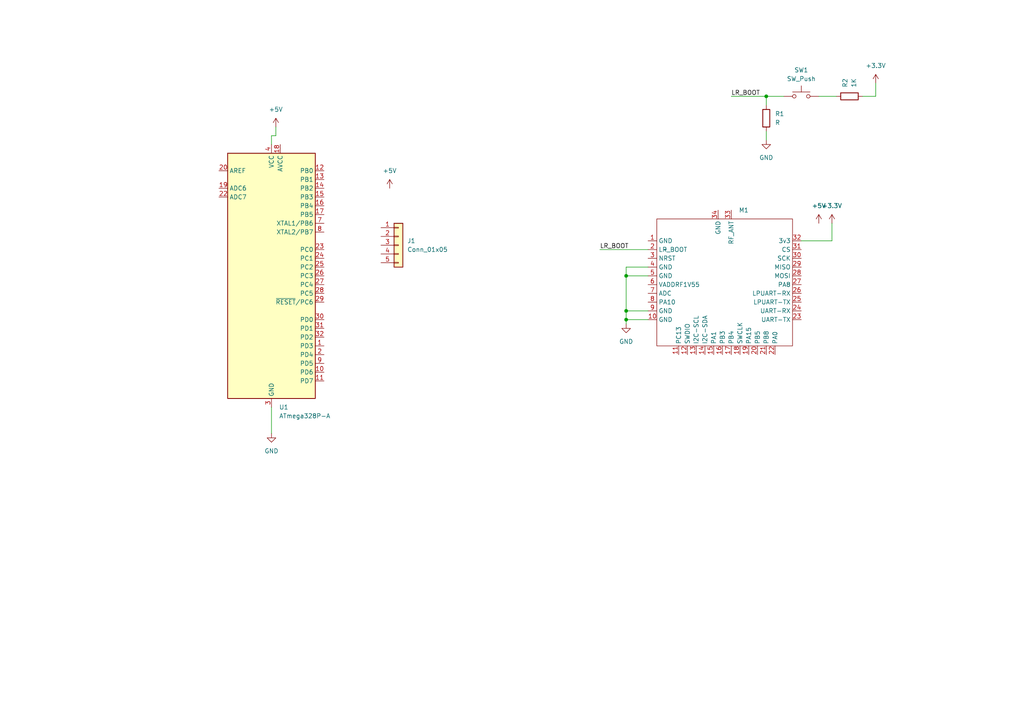
<source format=kicad_sch>
(kicad_sch (version 20230121) (generator eeschema)
  (paper "A4")
  (lib_symbols
    (symbol "Connector_Generic:Conn_01x05" (pin_names (offset 1.016) hide)
      (property "Reference" "J" (at 0 7.62 0))
      (property "Value" "Conn_01x05" (at 0 -7.62 0))
      (symbol "Conn_01x05_1_1"
        (rectangle (start -1.27 -4.953) (end 0 -5.207) (stroke (width 0.1524)))
        (rectangle (start -1.27 -2.413) (end 0 -2.667) (stroke (width 0.1524)))
        (rectangle (start -1.27 0.127) (end 0 -0.127) (stroke (width 0.1524)))
        (rectangle (start -1.27 2.667) (end 0 2.413) (stroke (width 0.1524)))
        (rectangle (start -1.27 5.207) (end 0 4.953) (stroke (width 0.1524)))
        (rectangle (start -1.27 6.35) (end 1.27 -6.35) (stroke (width 0.254)) (fill (type background)))
        (pin passive line (at -5.08 5.08 0) (length 3.81) (name "Pin_1") (number "1"))
        (pin passive line (at -5.08 2.54 0) (length 3.81) (name "Pin_2") (number "2"))
        (pin passive line (at -5.08 0 0) (length 3.81) (name "Pin_3") (number "3"))
        (pin passive line (at -5.08 -2.54 0) (length 3.81) (name "Pin_4") (number "4"))
        (pin passive line (at -5.08 -5.08 0) (length 3.81) (name "Pin_5") (number "5"))
      )
    )
    (symbol "Device:R" (pin_numbers hide) (pin_names (offset 0))
      (property "Reference" "R" (at 2.032 0 90))
      (property "Value" "R" (at 0 0 90))
      (symbol "R_0_1"
        (rectangle (start -1.016 -2.54) (end 1.016 2.54) (stroke (width 0.254)))
      )
      (symbol "R_1_1"
        (pin passive line (at 0 3.81 270) (length 1.27) (name "~") (number "1"))
        (pin passive line (at 0 -3.81 90) (length 1.27) (name "~") (number "2"))
      )
    )
    (symbol "MCU_Microchip_ATmega:ATmega328P-A"
      (property "Reference" "U" (at -12.7 36.83 0))
      (property "Value" "ATmega328P-A" (at 2.54 -36.83 0))
      (symbol "ATmega328P-A_0_1"
        (rectangle (start -12.7 -35.56) (end 12.7 35.56) (stroke (width 0.254)) (fill (type background)))
      )
      (symbol "ATmega328P-A_1_1"
        (pin bidirectional line (at 15.24 -20.32 180) (length 2.54) (name "PD3") (number "1"))
        (pin bidirectional line (at 15.24 -27.94 180) (length 2.54) (name "PD6") (number "10"))
        (pin bidirectional line (at 15.24 -30.48 180) (length 2.54) (name "PD7") (number "11"))
        (pin bidirectional line (at 15.24 30.48 180) (length 2.54) (name "PB0") (number "12"))
        (pin bidirectional line (at 15.24 27.94 180) (length 2.54) (name "PB1") (number "13"))
        (pin bidirectional line (at 15.24 25.4 180) (length 2.54) (name "PB2") (number "14"))
        (pin bidirectional line (at 15.24 22.86 180) (length 2.54) (name "PB3") (number "15"))
        (pin bidirectional line (at 15.24 20.32 180) (length 2.54) (name "PB4") (number "16"))
        (pin bidirectional line (at 15.24 17.78 180) (length 2.54) (name "PB5") (number "17"))
        (pin power_in line (at 2.54 38.1 270) (length 2.54) (name "AVCC") (number "18"))
        (pin input line (at -15.24 25.4 0) (length 2.54) (name "ADC6") (number "19"))
        (pin bidirectional line (at 15.24 -22.86 180) (length 2.54) (name "PD4") (number "2"))
        (pin passive line (at -15.24 30.48 0) (length 2.54) (name "AREF") (number "20"))
        (pin passive line (at 0 -38.1 90) (length 2.54) hide (name "GND") (number "21"))
        (pin input line (at -15.24 22.86 0) (length 2.54) (name "ADC7") (number "22"))
        (pin bidirectional line (at 15.24 7.62 180) (length 2.54) (name "PC0") (number "23"))
        (pin bidirectional line (at 15.24 5.08 180) (length 2.54) (name "PC1") (number "24"))
        (pin bidirectional line (at 15.24 2.54 180) (length 2.54) (name "PC2") (number "25"))
        (pin bidirectional line (at 15.24 0 180) (length 2.54) (name "PC3") (number "26"))
        (pin bidirectional line (at 15.24 -2.54 180) (length 2.54) (name "PC4") (number "27"))
        (pin bidirectional line (at 15.24 -5.08 180) (length 2.54) (name "PC5") (number "28"))
        (pin bidirectional line (at 15.24 -7.62 180) (length 2.54) (name "~{RESET}/PC6") (number "29"))
        (pin power_in line (at 0 -38.1 90) (length 2.54) (name "GND") (number "3"))
        (pin bidirectional line (at 15.24 -12.7 180) (length 2.54) (name "PD0") (number "30"))
        (pin bidirectional line (at 15.24 -15.24 180) (length 2.54) (name "PD1") (number "31"))
        (pin bidirectional line (at 15.24 -17.78 180) (length 2.54) (name "PD2") (number "32"))
        (pin power_in line (at 0 38.1 270) (length 2.54) (name "VCC") (number "4"))
        (pin passive line (at 0 -38.1 90) (length 2.54) hide (name "GND") (number "5"))
        (pin passive line (at 0 38.1 270) (length 2.54) hide (name "VCC") (number "6"))
        (pin bidirectional line (at 15.24 15.24 180) (length 2.54) (name "XTAL1/PB6") (number "7"))
        (pin bidirectional line (at 15.24 12.7 180) (length 2.54) (name "XTAL2/PB7") (number "8"))
        (pin bidirectional line (at 15.24 -25.4 180) (length 2.54) (name "PD5") (number "9"))
      )
    )
    (symbol "Switch:SW_Push" (pin_numbers hide) (pin_names (offset 1.016) hide)
      (property "Reference" "SW" (at 1.27 2.54 0))
      (property "Value" "SW_Push" (at 0 -1.524 0))
      (symbol "SW_Push_0_1"
        (circle (center -2.032 0) (radius 0.508))
        (polyline (pts (xy 0 1.27) (xy 0 3.048)))
        (polyline (pts (xy 2.54 1.27) (xy -2.54 1.27)))
        (circle (center 2.032 0) (radius 0.508))
        (pin passive line (at -5.08 0 0) (length 2.54) (name "1") (number "1"))
        (pin passive line (at 5.08 0 180) (length 2.54) (name "2") (number "2"))
      )
    )
    (symbol "power:+3.3V" (power) (pin_names (offset 0))
      (property "Value" "+3.3V" (at 0 3.556 0))
      (symbol "+3.3V_0_1"
        (polyline (pts (xy -0.762 1.27) (xy 0 2.54)))
        (polyline (pts (xy 0 0) (xy 0 2.54)))
        (polyline (pts (xy 0 2.54) (xy 0.762 1.27)))
      )
      (symbol "+3.3V_1_1"
        (pin power_in line (at 0 0 90) (length 0) hide (name "+3.3V") (number "1"))
      )
    )
    (symbol "power:+5V" (power) (pin_names (offset 0))
      (property "Value" "+5V" (at 0 3.556 0))
      (symbol "+5V_0_1"
        (polyline (pts (xy -0.762 1.27) (xy 0 2.54)))
        (polyline (pts (xy 0 0) (xy 0 2.54)))
        (polyline (pts (xy 0 2.54) (xy 0.762 1.27)))
      )
      (symbol "+5V_1_1"
        (pin power_in line (at 0 0 90) (length 0) hide (name "+5V") (number "1"))
      )
    )
    (symbol "power:GND" (power) (pin_names (offset 0))
      (property "Value" "GND" (at 0 -3.81 0))
      (symbol "GND_0_1"
        (polyline (pts (xy 0 0) (xy 0 -1.27) (xy 1.27 -1.27) (xy 0 -2.54) (xy -1.27 -1.27) (xy 0 -1.27)))
      )
      (symbol "GND_1_1"
        (pin power_in line (at 0 0 270) (length 0) hide (name "GND") (number "1"))
      )
    )
    (symbol "wch-mcu:lr1262"
      (property "Reference" "M" (at 10.16 -7.62 0))
      (symbol "lr1262_0_1"
        (rectangle (start -2.54 6.35) (end 36.83 -30.48))
      )
      (symbol "lr1262_1_1"
        (pin input line (at -5.08 0 0) (length 2.54) (name "GND") (number "1"))
        (pin power_in line (at -5.08 -22.86 0) (length 2.54) (name "GND") (number "10"))
        (pin power_in line (at 3.81 -33.02 90) (length 2.54) (name "PC13") (number "11"))
        (pin input line (at 6.35 -33.02 90) (length 2.54) (name "SWDIO") (number "12"))
        (pin input line (at 8.89 -33.02 90) (length 2.54) (name "I2C-SCL") (number "13"))
        (pin input line (at 11.43 -33.02 90) (length 2.54) (name "I2C-SDA") (number "14"))
        (pin input line (at 13.97 -33.02 90) (length 2.54) (name "PA1") (number "15"))
        (pin input line (at 16.51 -33.02 90) (length 2.54) (name "PB3") (number "16"))
        (pin input line (at 19.05 -33.02 90) (length 2.54) (name "PB4") (number "17"))
        (pin input line (at 21.59 -33.02 90) (length 2.54) (name "SWCLK") (number "18"))
        (pin input line (at 24.13 -33.02 90) (length 2.54) (name "PA15") (number "19"))
        (pin input line (at -5.08 -2.54 0) (length 2.54) (name "LR_BOOT") (number "2"))
        (pin input line (at 26.67 -33.02 90) (length 2.54) (name "PB5") (number "20"))
        (pin input line (at 29.21 -33.02 90) (length 2.54) (name "PB8") (number "21"))
        (pin input line (at 31.75 -33.02 90) (length 2.54) (name "PA0") (number "22"))
        (pin input line (at 39.37 -22.86 180) (length 2.54) (name "UART-TX") (number "23"))
        (pin input line (at 39.37 -20.32 180) (length 2.54) (name "UART-RX") (number "24"))
        (pin input line (at 39.37 -17.78 180) (length 2.54) (name "LPUART-TX") (number "25"))
        (pin input line (at 39.37 -15.24 180) (length 2.54) (name "LPUART-RX") (number "26"))
        (pin input line (at 39.37 -12.7 180) (length 2.54) (name "PA8") (number "27"))
        (pin input line (at 39.37 -10.16 180) (length 2.54) (name "MOSI") (number "28"))
        (pin input line (at 39.37 -7.62 180) (length 2.54) (name "MISO") (number "29"))
        (pin input line (at -5.08 -5.08 0) (length 2.54) (name "NRST") (number "3"))
        (pin input line (at 39.37 -5.08 180) (length 2.54) (name "SCK") (number "30"))
        (pin input line (at 39.37 -2.54 180) (length 2.54) (name "CS") (number "31"))
        (pin input line (at 39.37 0 180) (length 2.54) (name "3v3") (number "32"))
        (pin input line (at 19.05 8.89 270) (length 2.54) (name "RF_ANT") (number "33"))
        (pin input line (at 15.24 8.89 270) (length 2.54) (name "GND") (number "34"))
        (pin power_in line (at -5.08 -7.62 0) (length 2.54) (name "GND") (number "4"))
        (pin power_in line (at -5.08 -10.16 0) (length 2.54) (name "GND") (number "5"))
        (pin input line (at -5.08 -12.7 0) (length 2.54) (name "VADDRF1V55") (number "6"))
        (pin input line (at -5.08 -15.24 0) (length 2.54) (name "ADC") (number "7"))
        (pin bidirectional line (at -5.08 -17.78 0) (length 2.54) (name "PA10") (number "8"))
        (pin power_in line (at -5.08 -20.32 0) (length 2.54) (name "GND") (number "9"))
      )
    )
  )
  (junction (at 181.61 92.71))
  (junction (at 181.61 90.17))
  (junction (at 222.25 27.94))
  (junction (at 181.61 80.01))
  (wire (pts (xy 187.96 80.01) (xy 181.61 80.01)))
  (wire (pts (xy 241.3 69.85) (xy 241.3 64.77)))
  (wire (pts (xy 173.99 72.39) (xy 187.96 72.39)))
  (wire (pts (xy 237.49 27.94) (xy 242.57 27.94)))
  (wire (pts (xy 227.33 27.94) (xy 222.25 27.94)))
  (wire (pts (xy 212.09 27.94) (xy 222.25 27.94)))
  (wire (pts (xy 181.61 90.17) (xy 181.61 92.71)))
  (wire (pts (xy 250.19 27.94) (xy 254 27.94)))
  (wire (pts (xy 80.01 36.83) (xy 80.01 39.37)))
  (wire (pts (xy 187.96 92.71) (xy 181.61 92.71)))
  (wire (pts (xy 187.96 77.47) (xy 181.61 77.47)))
  (wire (pts (xy 222.25 38.1) (xy 222.25 40.64)))
  (wire (pts (xy 187.96 90.17) (xy 181.61 90.17)))
  (wire (pts (xy 78.74 118.11) (xy 78.74 125.73)))
  (wire (pts (xy 222.25 27.94) (xy 222.25 30.48)))
  (wire (pts (xy 181.61 77.47) (xy 181.61 80.01)))
  (wire (pts (xy 254 27.94) (xy 254 24.13)))
  (wire (pts (xy 78.74 41.91) (xy 78.74 39.37)))
  (wire (pts (xy 181.61 80.01) (xy 181.61 90.17)))
  (wire (pts (xy 78.74 39.37) (xy 80.01 39.37)))
  (wire (pts (xy 232.41 69.85) (xy 241.3 69.85)))
  (wire (pts (xy 181.61 92.71) (xy 181.61 93.98)))
  (label "LR_BOOT" (at 212.09 27.94 0))
  (label "LR_BOOT" (at 173.99 72.39 0))
  (symbol (lib_id "power:+5V") (at 237.49 64.77 0) (unit 1)
    (property "Reference" "#PWR05" (effects hide))
    (property "Value" "+5V" (at 237.49 59.69 0))
  )
  (symbol (lib_id "power:GND") (at 78.74 125.73 0) (unit 1)
    (property "Reference" "#PWR01" (effects hide))
    (property "Value" "GND" (at 78.74 130.81 0))
  )
  (symbol (lib_id "power:GND") (at 181.61 93.98 0) (unit 1)
    (property "Reference" "#PWR04" (effects hide))
    (property "Value" "GND" (at 181.61 99.06 0))
  )
  (symbol (lib_id "power:+5V") (at 113.03 54.61 0) (unit 1)
    (property "Reference" "#PWR02" (effects hide))
    (property "Value" "+5V" (at 113.03 49.53 0))
  )
  (symbol (lib_id "Device:R") (at 246.38 27.94 90) (unit 1)
    (property "Reference" "R2" (at 245.11 25.4 0) (effects (justify left)))
    (property "Value" "1K" (at 247.65 25.4 0) (effects (justify left)))
  )
  (symbol (lib_id "power:+5V") (at 80.01 36.83 0) (unit 1)
    (property "Reference" "#PWR03" (effects hide))
    (property "Value" "+5V" (at 80.01 31.75 0))
  )
  (symbol (lib_id "wch-mcu:lr1262") (at 193.04 69.85 0) (unit 1)
    (property "Reference" "M1" (at 214.2841 60.96 0) (effects (justify left)))
    (property "Value" "~" (at 193.04 72.39 0))
  )
  (symbol (lib_id "Device:R") (at 222.25 34.29 0) (unit 1)
    (property "Reference" "R1" (at 224.79 33.02 0) (effects (justify left)))
    (property "Value" "R" (at 224.79 35.56 0) (effects (justify left)))
  )
  (symbol (lib_id "power:+3.3V") (at 254 24.13 0) (unit 1)
    (property "Reference" "#PWR08" (effects hide))
    (property "Value" "+3.3V" (at 254 19.05 0))
  )
  (symbol (lib_id "power:GND") (at 222.25 40.64 0) (unit 1)
    (property "Reference" "#PWR07" (effects hide))
    (property "Value" "GND" (at 222.25 45.72 0))
  )
  (symbol (lib_id "MCU_Microchip_ATmega:ATmega328P-A") (at 78.74 80.01 0) (unit 1)
    (property "Reference" "U1" (at 80.9341 118.11 0) (effects (justify left)))
    (property "Value" "ATmega328P-A" (at 80.9341 120.65 0) (effects (justify left)))
    (property "Footprint" "Package_QFP:TQFP-32_7x7mm_P0.8mm" (effects hide))
    (property "Datasheet" "http://ww1.microchip.com/downloads/en/DeviceDoc/ATmega328_P%20AVR%20MCU%20with%20picoPower%20Technology%20Data%20Sheet%2040001984A.pdf" (effects hide))
  )
  (symbol (lib_id "Connector_Generic:Conn_01x05") (at 115.57 71.12 0) (unit 1)
    (property "Reference" "J1" (at 118.11 69.85 0) (effects (justify left)))
    (property "Value" "Conn_01x05" (at 118.11 72.39 0) (effects (justify left)))
  )
  (symbol (lib_id "power:+3.3V") (at 241.3 64.77 0) (unit 1)
    (property "Reference" "#PWR06" (effects hide))
    (property "Value" "+3.3V" (at 241.3 59.69 0))
  )
  (symbol (lib_id "Switch:SW_Push") (at 232.41 27.94 0) (unit 1)
    (property "Reference" "SW1" (at 232.41 20.32 0))
    (property "Value" "SW_Push" (at 232.41 22.86 0))
  )
)
</source>
